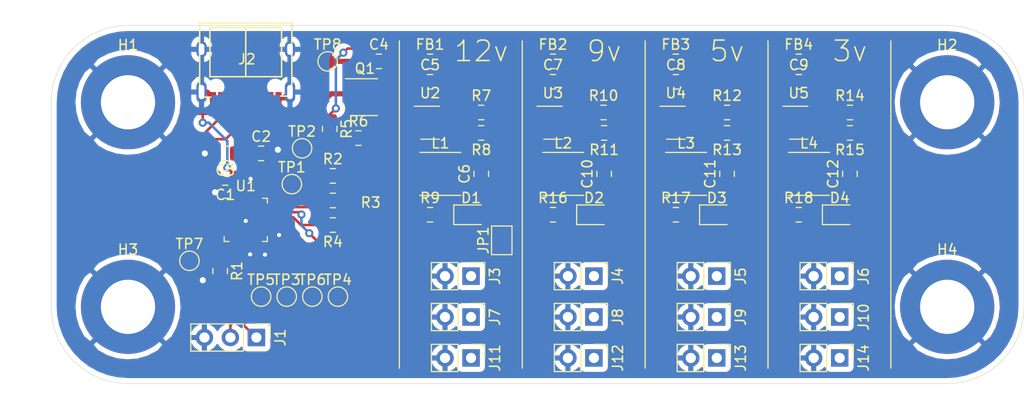
<source format=kicad_pcb>
(kicad_pcb (version 20171130) (host pcbnew 5.1.6-c6e7f7d~87~ubuntu18.04.1)
  (layers (0 F.Cu signal) (31 B.Cu signal) (34 B.Paste user) (35 F.Paste user) (36 B.SilkS user) (37 F.SilkS user) (38 B.Mask user) (39 F.Mask user) (44 Edge.Cuts user))
  (net 0 "")
  (net 1 VBUS)
  (net 2 Earth)
  (net 3 +1V2)
  (net 4 +2V8)
  (net 5 "Net-(C4-Pad2)")
  (net 6 +15V)
  (net 7 "Net-(C5-Pad1)")
  (net 8 +12V)
  (net 9 "Net-(C7-Pad1)")
  (net 10 "Net-(C8-Pad1)")
  (net 11 "Net-(C9-Pad1)")
  (net 12 +9V)
  (net 13 +5V)
  (net 14 +3V0)
  (net 15 "Net-(D1-Pad1)")
  (net 16 "Net-(D2-Pad1)")
  (net 17 "Net-(D3-Pad1)")
  (net 18 "Net-(D4-Pad1)")
  (net 19 /sda)
  (net 20 /scl)
  (net 21 "Net-(J2-PadB8)")
  (net 22 /cc1)
  (net 23 "Net-(J2-PadB7)")
  (net 24 "Net-(J2-PadA6)")
  (net 25 "Net-(J2-PadB6)")
  (net 26 "Net-(J2-PadA7)")
  (net 27 /cc2)
  (net 28 "Net-(J2-PadA8)")
  (net 29 "Net-(L1-Pad1)")
  (net 30 "Net-(L2-Pad1)")
  (net 31 "Net-(L3-Pad1)")
  (net 32 "Net-(L4-Pad1)")
  (net 33 /vbus_vs_disch)
  (net 34 /vbus_en_sink)
  (net 35 /disch)
  (net 36 "Net-(R7-Pad1)")
  (net 37 "Net-(R10-Pad1)")
  (net 38 "Net-(R12-Pad1)")
  (net 39 "Net-(R14-Pad1)")
  (net 40 "Net-(TP1-Pad1)")
  (net 41 "Net-(TP2-Pad1)")
  (net 42 "Net-(TP3-Pad1)")
  (net 43 "Net-(TP4-Pad1)")
  (net 44 "Net-(TP5-Pad1)")
  (net 45 "Net-(TP6-Pad1)")
  (net 46 "Net-(U1-Pad3)")
  (net 47 "Net-(R1-Pad1)")
  (net 48 "Net-(Q1-Pad4)")
  (module TestPoint:TestPoint_Pad_D1.5mm (layer F.Cu) (at 133.5 78)
    (fp_text reference TP1 (at 0 -1.648) (layer F.SilkS))
    (fp_text value TestPoint)
    (pad 1 smd circle (at 0 0) (size 1.5 1.5) (layers F.Cu F.Mask) (net 40 "Net-(TP1-Pad1)"))
  )
  (module Jumper:SolderJumper-2_P1.3mm_Open_TrianglePad1.0x1.5mm (layer F.Cu) (at 154 83.5 90)
    (fp_text reference JP1 (at 0 -1.8 90) (layer F.SilkS))
    (fp_text value SolderJumper_2_Open)
    (pad 2 smd custom (at 0.725 0 90) (size 0.3 0.3) (layers F.Cu F.Mask) (net 6 +15V) (options (clearance outline) (anchor rect)) (primitives (gr_poly (pts (xy -0.65 -0.75) (xy 0.5 -0.75) (xy 0.5 0.75) (xy -0.65 0.75) (xy -0.15 0)) (width 0))))
    (pad 1 smd custom (at -0.725 0 90) (size 0.3 0.3) (layers F.Cu F.Mask) (net 8 +12V) (options (clearance outline) (anchor rect)) (primitives (gr_poly (pts (xy -0.5 -0.75) (xy 0.5 -0.75) (xy 1 0) (xy 0.5 0.75) (xy -0.5 0.75)) (width 0))))
  )
  (module Package_TO_SOT_SMD:SOT-23-5 (layer F.Cu) (at 147 72)
    (fp_text reference U2 (at 0 -2.9) (layer F.SilkS))
    (fp_text value TLV62568DBV)
    (pad 1 smd rect (at -1.1 -0.95) (size 1.06 0.65) (layers F.Cu F.Paste F.Mask) (net 7 "Net-(C5-Pad1)"))
    (pad 2 smd rect (at -1.1 0) (size 1.06 0.65) (layers F.Cu F.Paste F.Mask) (net 2 Earth))
    (pad 3 smd rect (at -1.1 0.95) (size 1.06 0.65) (layers F.Cu F.Paste F.Mask) (net 29 "Net-(L1-Pad1)"))
    (pad 4 smd rect (at 1.1 0.95) (size 1.06 0.65) (layers F.Cu F.Paste F.Mask) (net 7 "Net-(C5-Pad1)"))
    (pad 5 smd rect (at 1.1 -0.95) (size 1.06 0.65) (layers F.Cu F.Paste F.Mask) (net 36 "Net-(R7-Pad1)"))
  )
  (module Inductor_SMD:L_0805_2012Metric (layer F.Cu) (at 147 66)
    (fp_text reference FB1 (at 0 -1.65) (layer F.SilkS))
    (fp_text value Ferrite_Bead_Small)
    (pad 2 smd roundrect (at 0.9375 0) (size 0.975 1.4) (layers F.Cu F.Paste F.Mask) (net 6 +15V))
    (pad 1 smd roundrect (at -0.9375 0) (size 0.975 1.4) (layers F.Cu F.Paste F.Mask) (net 7 "Net-(C5-Pad1)"))
  )
  (module Resistor_SMD:R_0805_2012Metric (layer F.Cu) (at 147 81)
    (fp_text reference R9 (at 0 -1.65) (layer F.SilkS))
    (fp_text value 120k)
    (pad 1 smd roundrect (at -0.9375 0) (size 0.975 1.4) (layers F.Cu F.Paste F.Mask) (net 2 Earth))
    (pad 2 smd roundrect (at 0.9375 0) (size 0.975 1.4) (layers F.Cu F.Paste F.Mask) (net 15 "Net-(D1-Pad1)"))
  )
  (module Connector_PinHeader_2.54mm:PinHeader_1x02_P2.54mm_Vertical (layer F.Cu) (at 151 87 270)
    (fp_text reference J3 (at 0 -2.33 90) (layer F.SilkS))
    (fp_text value Conn_01x02_Male)
    (pad 1 thru_hole rect (at 0 0 270) (size 1.7 1.7) (drill 1) (layers *.Cu *.Mask) (net 8 +12V))
    (pad 2 thru_hole oval (at 0 2.54 270) (size 1.7 1.7) (drill 1) (layers *.Cu *.Mask) (net 2 Earth))
  )
  (module Inductor_SMD:L_Taiyo-Yuden_NR-40xx (layer F.Cu) (at 148 77)
    (fp_text reference L1 (at 0 -3) (layer F.SilkS))
    (fp_text value 2.2uH)
    (pad 1 smd rect (at -1.4 0) (size 1.2 3.9) (layers F.Cu F.Paste F.Mask) (net 29 "Net-(L1-Pad1)"))
    (pad 2 smd rect (at 1.4 0) (size 1.2 3.9) (layers F.Cu F.Paste F.Mask) (net 8 +12V))
  )
  (module Resistor_SMD:R_0805_2012Metric (layer F.Cu) (at 152 73 180)
    (fp_text reference R8 (at 0 -1.65) (layer F.SilkS))
    (fp_text value 120k)
    (pad 1 smd roundrect (at -0.9375 0 180) (size 0.975 1.4) (layers F.Cu F.Paste F.Mask) (net 2 Earth))
    (pad 2 smd roundrect (at 0.9375 0 180) (size 0.975 1.4) (layers F.Cu F.Paste F.Mask) (net 36 "Net-(R7-Pad1)"))
  )
  (module Resistor_SMD:R_0805_2012Metric (layer F.Cu) (at 152 71)
    (fp_text reference R7 (at 0 -1.65) (layer F.SilkS))
    (fp_text value 100k)
    (pad 2 smd roundrect (at 0.9375 0) (size 0.975 1.4) (layers F.Cu F.Paste F.Mask) (net 8 +12V))
    (pad 1 smd roundrect (at -0.9375 0) (size 0.975 1.4) (layers F.Cu F.Paste F.Mask) (net 36 "Net-(R7-Pad1)"))
  )
  (module Capacitor_SMD:C_0805_2012Metric (layer F.Cu) (at 147 68)
    (fp_text reference C5 (at 0 -1.65) (layer F.SilkS))
    (fp_text value 4.7u)
    (pad 1 smd roundrect (at -0.9375 0) (size 0.975 1.4) (layers F.Cu F.Paste F.Mask) (net 7 "Net-(C5-Pad1)"))
    (pad 2 smd roundrect (at 0.9375 0) (size 0.975 1.4) (layers F.Cu F.Paste F.Mask) (net 2 Earth))
  )
  (module LED_SMD:LED_0805_2012Metric (layer F.Cu) (at 151 81)
    (fp_text reference D1 (at 0 -1.65) (layer F.SilkS))
    (fp_text value LED)
    (pad 1 smd roundrect (at -0.9375 0) (size 0.975 1.4) (layers F.Cu F.Paste F.Mask) (net 15 "Net-(D1-Pad1)"))
    (pad 2 smd roundrect (at 0.9375 0) (size 0.975 1.4) (layers F.Cu F.Paste F.Mask) (net 8 +12V))
  )
  (module Capacitor_SMD:C_0805_2012Metric (layer F.Cu) (at 152 77 90)
    (fp_text reference C6 (at 0 -1.65 90) (layer F.SilkS))
    (fp_text value 22u)
    (pad 2 smd roundrect (at 0.9375 0 90) (size 0.975 1.4) (layers F.Cu F.Paste F.Mask) (net 2 Earth))
    (pad 1 smd roundrect (at -0.9375 0 90) (size 0.975 1.4) (layers F.Cu F.Paste F.Mask) (net 8 +12V))
  )
  (module Capacitor_SMD:C_0805_2012Metric (layer F.Cu) (at 127 77.4 180)
    (fp_text reference C1 (at 0 -1.65) (layer F.SilkS))
    (fp_text value 1uF)
    (pad 1 smd roundrect (at -0.9375 0 180) (size 0.975 1.4) (layers F.Cu F.Paste F.Mask) (net 1 VBUS))
    (pad 2 smd roundrect (at 0.9375 0 180) (size 0.975 1.4) (layers F.Cu F.Paste F.Mask) (net 2 Earth))
  )
  (module Capacitor_SMD:C_0805_2012Metric (layer F.Cu) (at 130.5 75)
    (fp_text reference C2 (at 0 -1.65) (layer F.SilkS))
    (fp_text value 1uF)
    (pad 2 smd roundrect (at 0.9375 0) (size 0.975 1.4) (layers F.Cu F.Paste F.Mask) (net 2 Earth))
    (pad 1 smd roundrect (at -0.9375 0) (size 0.975 1.4) (layers F.Cu F.Paste F.Mask) (net 3 +1V2))
  )
  (module Capacitor_SMD:C_0805_2012Metric (layer F.Cu) (at 127 75 180)
    (fp_text reference C3 (at 0 -1.65) (layer F.SilkS))
    (fp_text value 1uF)
    (pad 1 smd roundrect (at -0.9375 0 180) (size 0.975 1.4) (layers F.Cu F.Paste F.Mask) (net 4 +2V8))
    (pad 2 smd roundrect (at 0.9375 0 180) (size 0.975 1.4) (layers F.Cu F.Paste F.Mask) (net 2 Earth))
  )
  (module Capacitor_SMD:C_0805_2012Metric (layer F.Cu) (at 142 66)
    (fp_text reference C4 (at 0 -1.65) (layer F.SilkS))
    (fp_text value 100nF)
    (pad 2 smd roundrect (at 0.9375 0) (size 0.975 1.4) (layers F.Cu F.Paste F.Mask) (net 5 "Net-(C4-Pad2)"))
    (pad 1 smd roundrect (at -0.9375 0) (size 0.975 1.4) (layers F.Cu F.Paste F.Mask) (net 6 +15V))
  )
  (module Capacitor_SMD:C_0805_2012Metric (layer F.Cu) (at 159 68)
    (fp_text reference C7 (at 0 -1.65) (layer F.SilkS))
    (fp_text value 4.7u)
    (pad 1 smd roundrect (at -0.9375 0) (size 0.975 1.4) (layers F.Cu F.Paste F.Mask) (net 9 "Net-(C7-Pad1)"))
    (pad 2 smd roundrect (at 0.9375 0) (size 0.975 1.4) (layers F.Cu F.Paste F.Mask) (net 2 Earth))
  )
  (module Capacitor_SMD:C_0805_2012Metric (layer F.Cu) (at 171 68)
    (fp_text reference C8 (at 0 -1.65) (layer F.SilkS))
    (fp_text value 4.7u)
    (pad 2 smd roundrect (at 0.9375 0) (size 0.975 1.4) (layers F.Cu F.Paste F.Mask) (net 2 Earth))
    (pad 1 smd roundrect (at -0.9375 0) (size 0.975 1.4) (layers F.Cu F.Paste F.Mask) (net 10 "Net-(C8-Pad1)"))
  )
  (module Capacitor_SMD:C_0805_2012Metric (layer F.Cu) (at 183 68)
    (fp_text reference C9 (at 0 -1.65) (layer F.SilkS))
    (fp_text value 4.7u)
    (pad 2 smd roundrect (at 0.9375 0) (size 0.975 1.4) (layers F.Cu F.Paste F.Mask) (net 2 Earth))
    (pad 1 smd roundrect (at -0.9375 0) (size 0.975 1.4) (layers F.Cu F.Paste F.Mask) (net 11 "Net-(C9-Pad1)"))
  )
  (module Capacitor_SMD:C_0805_2012Metric (layer F.Cu) (at 164 77 90)
    (fp_text reference C10 (at 0 -1.65 90) (layer F.SilkS))
    (fp_text value 22u)
    (pad 2 smd roundrect (at 0.9375 0 90) (size 0.975 1.4) (layers F.Cu F.Paste F.Mask) (net 2 Earth))
    (pad 1 smd roundrect (at -0.9375 0 90) (size 0.975 1.4) (layers F.Cu F.Paste F.Mask) (net 12 +9V))
  )
  (module Capacitor_SMD:C_0805_2012Metric (layer F.Cu) (at 176 77 90)
    (fp_text reference C11 (at 0 -1.65 90) (layer F.SilkS))
    (fp_text value 22u)
    (pad 1 smd roundrect (at -0.9375 0 90) (size 0.975 1.4) (layers F.Cu F.Paste F.Mask) (net 13 +5V))
    (pad 2 smd roundrect (at 0.9375 0 90) (size 0.975 1.4) (layers F.Cu F.Paste F.Mask) (net 2 Earth))
  )
  (module Capacitor_SMD:C_0805_2012Metric (layer F.Cu) (at 188 77 90)
    (fp_text reference C12 (at 0 -1.65 90) (layer F.SilkS))
    (fp_text value 22u)
    (pad 1 smd roundrect (at -0.9375 0 90) (size 0.975 1.4) (layers F.Cu F.Paste F.Mask) (net 14 +3V0))
    (pad 2 smd roundrect (at 0.9375 0 90) (size 0.975 1.4) (layers F.Cu F.Paste F.Mask) (net 2 Earth))
  )
  (module LED_SMD:LED_0805_2012Metric (layer F.Cu) (at 163 81)
    (fp_text reference D2 (at 0 -1.65) (layer F.SilkS))
    (fp_text value LED)
    (pad 2 smd roundrect (at 0.9375 0) (size 0.975 1.4) (layers F.Cu F.Paste F.Mask) (net 12 +9V))
    (pad 1 smd roundrect (at -0.9375 0) (size 0.975 1.4) (layers F.Cu F.Paste F.Mask) (net 16 "Net-(D2-Pad1)"))
  )
  (module LED_SMD:LED_0805_2012Metric (layer F.Cu) (at 175 81)
    (fp_text reference D3 (at 0 -1.65) (layer F.SilkS))
    (fp_text value LED)
    (pad 2 smd roundrect (at 0.9375 0) (size 0.975 1.4) (layers F.Cu F.Paste F.Mask) (net 13 +5V))
    (pad 1 smd roundrect (at -0.9375 0) (size 0.975 1.4) (layers F.Cu F.Paste F.Mask) (net 17 "Net-(D3-Pad1)"))
  )
  (module LED_SMD:LED_0805_2012Metric (layer F.Cu) (at 187 81)
    (fp_text reference D4 (at 0 -1.65) (layer F.SilkS))
    (fp_text value LED)
    (pad 1 smd roundrect (at -0.9375 0) (size 0.975 1.4) (layers F.Cu F.Paste F.Mask) (net 18 "Net-(D4-Pad1)"))
    (pad 2 smd roundrect (at 0.9375 0) (size 0.975 1.4) (layers F.Cu F.Paste F.Mask) (net 14 +3V0))
  )
  (module Inductor_SMD:L_0805_2012Metric (layer F.Cu) (at 159 66)
    (fp_text reference FB2 (at 0 -1.65) (layer F.SilkS))
    (fp_text value Ferrite_Bead_Small)
    (pad 2 smd roundrect (at 0.9375 0) (size 0.975 1.4) (layers F.Cu F.Paste F.Mask) (net 6 +15V))
    (pad 1 smd roundrect (at -0.9375 0) (size 0.975 1.4) (layers F.Cu F.Paste F.Mask) (net 9 "Net-(C7-Pad1)"))
  )
  (module Inductor_SMD:L_0805_2012Metric (layer F.Cu) (at 171 66)
    (fp_text reference FB3 (at 0 -1.65) (layer F.SilkS))
    (fp_text value Ferrite_Bead_Small)
    (pad 1 smd roundrect (at -0.9375 0) (size 0.975 1.4) (layers F.Cu F.Paste F.Mask) (net 10 "Net-(C8-Pad1)"))
    (pad 2 smd roundrect (at 0.9375 0) (size 0.975 1.4) (layers F.Cu F.Paste F.Mask) (net 6 +15V))
  )
  (module Inductor_SMD:L_0805_2012Metric (layer F.Cu) (at 183 66)
    (fp_text reference FB4 (at 0 -1.65) (layer F.SilkS))
    (fp_text value Ferrite_Bead_Small)
    (pad 1 smd roundrect (at -0.9375 0) (size 0.975 1.4) (layers F.Cu F.Paste F.Mask) (net 11 "Net-(C9-Pad1)"))
    (pad 2 smd roundrect (at 0.9375 0) (size 0.975 1.4) (layers F.Cu F.Paste F.Mask) (net 6 +15V))
  )
  (module MountingHole:MountingHole_5.3mm_M5_DIN965_Pad (layer F.Cu) (at 117.5 70)
    (fp_text reference H1 (at 0 -5.6) (layer F.SilkS))
    (fp_text value MountingHole_Pad)
    (pad 1 thru_hole circle (at 0 0) (size 9.2 9.2) (drill 5.3) (layers *.Cu *.Mask) (net 2 Earth))
  )
  (module MountingHole:MountingHole_5.3mm_M5_DIN965_Pad (layer F.Cu) (at 197.5 70)
    (fp_text reference H2 (at 0 -5.6) (layer F.SilkS))
    (fp_text value MountingHole_Pad)
    (pad 1 thru_hole circle (at 0 0) (size 9.2 9.2) (drill 5.3) (layers *.Cu *.Mask) (net 2 Earth))
  )
  (module MountingHole:MountingHole_5.3mm_M5_DIN965_Pad (layer F.Cu) (at 117.5 90)
    (fp_text reference H3 (at 0 -5.6) (layer F.SilkS))
    (fp_text value MountingHole_Pad)
    (pad 1 thru_hole circle (at 0 0) (size 9.2 9.2) (drill 5.3) (layers *.Cu *.Mask) (net 2 Earth))
  )
  (module MountingHole:MountingHole_5.3mm_M5_DIN965_Pad (layer F.Cu) (at 197.5 90)
    (fp_text reference H4 (at 0 -5.6) (layer F.SilkS))
    (fp_text value MountingHole_Pad)
    (pad 1 thru_hole circle (at 0 0) (size 9.2 9.2) (drill 5.3) (layers *.Cu *.Mask) (net 2 Earth))
  )
  (module Connector_PinHeader_2.54mm:PinHeader_1x03_P2.54mm_Vertical (layer F.Cu) (at 130.04 93 270)
    (fp_text reference J1 (at 0 -2.33 90) (layer F.SilkS))
    (fp_text value Conn_01x03_Male)
    (pad 1 thru_hole rect (at 0 0 270) (size 1.7 1.7) (drill 1) (layers *.Cu *.Mask) (net 19 /sda))
    (pad 2 thru_hole oval (at 0 2.54 270) (size 1.7 1.7) (drill 1) (layers *.Cu *.Mask) (net 20 /scl))
    (pad 3 thru_hole oval (at 0 5.08 270) (size 1.7 1.7) (drill 1) (layers *.Cu *.Mask) (net 2 Earth))
  )
  (module fp:usb-c-16smt (layer F.Cu) (at 129 69 180)
    (fp_text reference J2 (at -0.11 3.21) (layer F.SilkS))
    (fp_text value USB_C_Receptacle_16pin)
    (pad S1 thru_hole oval (at -4.32 4.18 180) (size 1 1.6) (drill oval 0.55 1.1) (layers *.Cu *.Mask F.Paste) (net 2 Earth))
    (pad S4 thru_hole oval (at 4.32 4.18 180) (size 1 1.6) (drill oval 0.55 1.1) (layers *.Cu *.Mask F.Paste) (net 2 Earth))
    (pad S2 thru_hole oval (at -4.32 0 180) (size 1 2.1) (drill oval 0.55 1.4) (layers *.Cu *.Mask F.Paste) (net 2 Earth))
    (pad S3 thru_hole oval (at 4.32 0 180) (size 1 2.1) (drill oval 0.55 1.4) (layers *.Cu *.Mask F.Paste) (net 2 Earth))
    (pad A1/B12 smd rect (at -3.2 -0.575 180) (size 0.6 1.15) (layers F.Cu F.Paste F.Mask) (net 2 Earth))
    (pad A4/B9 smd rect (at -2.4 -0.575001 180) (size 0.6 1.15) (layers F.Cu F.Paste F.Mask) (net 1 VBUS))
    (pad B8 smd rect (at -1.75 -0.575 180) (size 0.3 1.15) (layers F.Cu F.Paste F.Mask) (net 21 "Net-(J2-PadB8)"))
    (pad A5 smd rect (at -1.25 -0.575 180) (size 0.3 1.15) (layers F.Cu F.Paste F.Mask) (net 22 /cc1))
    (pad B7 smd rect (at -0.75 -0.575 180) (size 0.3 1.15) (layers F.Cu F.Paste F.Mask) (net 23 "Net-(J2-PadB7)"))
    (pad A6 smd rect (at -0.25 -0.575 180) (size 0.3 1.15) (layers F.Cu F.Paste F.Mask) (net 24 "Net-(J2-PadA6)"))
    (pad B1/A12 smd rect (at 3.2 -0.575 180) (size 0.6 1.15) (layers F.Cu F.Paste F.Mask) (net 2 Earth))
    (pad B6 smd rect (at 0.75 -0.575 180) (size 0.3 1.15) (layers F.Cu F.Paste F.Mask) (net 25 "Net-(J2-PadB6)"))
    (pad A7 smd rect (at 0.25 -0.575 180) (size 0.3 1.15) (layers F.Cu F.Paste F.Mask) (net 26 "Net-(J2-PadA7)"))
    (pad B5 smd rect (at 1.75 -0.575 180) (size 0.3 1.15) (layers F.Cu F.Paste F.Mask) (net 27 /cc2))
    (pad A8 smd rect (at 1.250001 -0.575 180) (size 0.3 1.15) (layers F.Cu F.Paste F.Mask) (net 28 "Net-(J2-PadA8)"))
    (pad B4/A9 smd rect (at 2.4 -0.575 180) (size 0.6 1.15) (layers F.Cu F.Paste F.Mask) (net 1 VBUS))
    (pad "" np_thru_hole circle (at 2.89 0.5 180) (size 0.6 0.6) (drill 0.6) (layers *.Cu *.Mask))
    (pad "" np_thru_hole circle (at -2.89 0.5 180) (size 0.6 0.6) (drill 0.6) (layers *.Cu *.Mask))
  )
  (module Connector_PinHeader_2.54mm:PinHeader_1x02_P2.54mm_Vertical (layer F.Cu) (at 163 87 270)
    (fp_text reference J4 (at 0 -2.33 90) (layer F.SilkS))
    (fp_text value Conn_01x02_Male)
    (pad 2 thru_hole oval (at 0 2.54 270) (size 1.7 1.7) (drill 1) (layers *.Cu *.Mask) (net 2 Earth))
    (pad 1 thru_hole rect (at 0 0 270) (size 1.7 1.7) (drill 1) (layers *.Cu *.Mask) (net 12 +9V))
  )
  (module Connector_PinHeader_2.54mm:PinHeader_1x02_P2.54mm_Vertical (layer F.Cu) (at 175 87 270)
    (fp_text reference J5 (at 0 -2.33 90) (layer F.SilkS))
    (fp_text value Conn_01x02_Male)
    (pad 2 thru_hole oval (at 0 2.54 270) (size 1.7 1.7) (drill 1) (layers *.Cu *.Mask) (net 2 Earth))
    (pad 1 thru_hole rect (at 0 0 270) (size 1.7 1.7) (drill 1) (layers *.Cu *.Mask) (net 13 +5V))
  )
  (module Connector_PinHeader_2.54mm:PinHeader_1x02_P2.54mm_Vertical (layer F.Cu) (at 187 87 270)
    (fp_text reference J6 (at 0 -2.33 90) (layer F.SilkS))
    (fp_text value Conn_01x02_Male)
    (pad 1 thru_hole rect (at 0 0 270) (size 1.7 1.7) (drill 1) (layers *.Cu *.Mask) (net 14 +3V0))
    (pad 2 thru_hole oval (at 0 2.54 270) (size 1.7 1.7) (drill 1) (layers *.Cu *.Mask) (net 2 Earth))
  )
  (module Inductor_SMD:L_Taiyo-Yuden_NR-40xx (layer F.Cu) (at 160 77)
    (fp_text reference L2 (at 0 -3) (layer F.SilkS))
    (fp_text value 2.2uH)
    (pad 1 smd rect (at -1.4 0) (size 1.2 3.9) (layers F.Cu F.Paste F.Mask) (net 30 "Net-(L2-Pad1)"))
    (pad 2 smd rect (at 1.4 0) (size 1.2 3.9) (layers F.Cu F.Paste F.Mask) (net 12 +9V))
  )
  (module Inductor_SMD:L_Taiyo-Yuden_NR-40xx (layer F.Cu) (at 172 77)
    (fp_text reference L3 (at 0 -3) (layer F.SilkS))
    (fp_text value 2.2uH)
    (pad 2 smd rect (at 1.4 0) (size 1.2 3.9) (layers F.Cu F.Paste F.Mask) (net 13 +5V))
    (pad 1 smd rect (at -1.4 0) (size 1.2 3.9) (layers F.Cu F.Paste F.Mask) (net 31 "Net-(L3-Pad1)"))
  )
  (module Inductor_SMD:L_Taiyo-Yuden_NR-40xx (layer F.Cu) (at 184 77)
    (fp_text reference L4 (at 0 -3) (layer F.SilkS))
    (fp_text value 2.2uH)
    (pad 2 smd rect (at 1.4 0) (size 1.2 3.9) (layers F.Cu F.Paste F.Mask) (net 14 +3V0))
    (pad 1 smd rect (at -1.4 0) (size 1.2 3.9) (layers F.Cu F.Paste F.Mask) (net 32 "Net-(L4-Pad1)"))
  )
  (module Resistor_SMD:R_0805_2012Metric (layer F.Cu) (at 126.5 86.5 270)
    (fp_text reference R1 (at 0 -1.65 90) (layer F.SilkS))
    (fp_text value 100k)
    (pad 2 smd roundrect (at 0.9375 0 270) (size 0.975 1.4) (layers F.Cu F.Paste F.Mask) (net 2 Earth))
    (pad 1 smd roundrect (at -0.9375 0 270) (size 0.975 1.4) (layers F.Cu F.Paste F.Mask) (net 47 "Net-(R1-Pad1)"))
  )
  (module Resistor_SMD:R_0805_2012Metric (layer F.Cu) (at 137.5 77.2)
    (fp_text reference R2 (at 0 -1.65) (layer F.SilkS))
    (fp_text value 1k)
    (pad 1 smd roundrect (at -0.9375 0) (size 0.975 1.4) (layers F.Cu F.Paste F.Mask) (net 1 VBUS))
    (pad 2 smd roundrect (at 0.9375 0) (size 0.975 1.4) (layers F.Cu F.Paste F.Mask) (net 33 /vbus_vs_disch))
  )
  (module Resistor_SMD:R_0805_2012Metric (layer F.Cu) (at 137.5 79.6)
    (fp_text reference R3 (at 3.7 0.2) (layer F.SilkS))
    (fp_text value 100k)
    (pad 1 smd roundrect (at -0.9375 0) (size 0.975 1.4) (layers F.Cu F.Paste F.Mask) (net 1 VBUS))
    (pad 2 smd roundrect (at 0.9375 0) (size 0.975 1.4) (layers F.Cu F.Paste F.Mask) (net 48 "Net-(Q1-Pad4)"))
  )
  (module Resistor_SMD:R_0805_2012Metric (layer F.Cu) (at 137.5 82 180)
    (fp_text reference R4 (at 0 -1.65) (layer F.SilkS))
    (fp_text value 22k)
    (pad 2 smd roundrect (at 0.9375 0 180) (size 0.975 1.4) (layers F.Cu F.Paste F.Mask) (net 34 /vbus_en_sink))
    (pad 1 smd roundrect (at -0.9375 0 180) (size 0.975 1.4) (layers F.Cu F.Paste F.Mask) (net 48 "Net-(Q1-Pad4)"))
  )
  (module Resistor_SMD:R_0805_2012Metric (layer F.Cu) (at 137.2 72.6 270)
    (fp_text reference R5 (at 0 -1.65 90) (layer F.SilkS))
    (fp_text value 100R)
    (pad 1 smd roundrect (at -0.9375 0 270) (size 0.975 1.4) (layers F.Cu F.Paste F.Mask) (net 5 "Net-(C4-Pad2)"))
    (pad 2 smd roundrect (at 0.9375 0 270) (size 0.975 1.4) (layers F.Cu F.Paste F.Mask) (net 48 "Net-(Q1-Pad4)"))
  )
  (module Resistor_SMD:R_0805_2012Metric (layer F.Cu) (at 140 73.5)
    (fp_text reference R6 (at 0 -1.65) (layer F.SilkS))
    (fp_text value 1k)
    (pad 2 smd roundrect (at 0.9375 0) (size 0.975 1.4) (layers F.Cu F.Paste F.Mask) (net 6 +15V))
    (pad 1 smd roundrect (at -0.9375 0) (size 0.975 1.4) (layers F.Cu F.Paste F.Mask) (net 35 /disch))
  )
  (module Resistor_SMD:R_0805_2012Metric (layer F.Cu) (at 163.9375 71)
    (fp_text reference R10 (at 0 -1.65) (layer F.SilkS))
    (fp_text value 100k)
    (pad 2 smd roundrect (at 0.9375 0) (size 0.975 1.4) (layers F.Cu F.Paste F.Mask) (net 12 +9V))
    (pad 1 smd roundrect (at -0.9375 0) (size 0.975 1.4) (layers F.Cu F.Paste F.Mask) (net 37 "Net-(R10-Pad1)"))
  )
  (module Resistor_SMD:R_0805_2012Metric (layer F.Cu) (at 164 73 180)
    (fp_text reference R11 (at 0 -1.65) (layer F.SilkS))
    (fp_text value 120k)
    (pad 1 smd roundrect (at -0.9375 0 180) (size 0.975 1.4) (layers F.Cu F.Paste F.Mask) (net 2 Earth))
    (pad 2 smd roundrect (at 0.9375 0 180) (size 0.975 1.4) (layers F.Cu F.Paste F.Mask) (net 37 "Net-(R10-Pad1)"))
  )
  (module Resistor_SMD:R_0805_2012Metric (layer F.Cu) (at 176 71)
    (fp_text reference R12 (at 0 -1.65) (layer F.SilkS))
    (fp_text value 100k)
    (pad 1 smd roundrect (at -0.9375 0) (size 0.975 1.4) (layers F.Cu F.Paste F.Mask) (net 38 "Net-(R12-Pad1)"))
    (pad 2 smd roundrect (at 0.9375 0) (size 0.975 1.4) (layers F.Cu F.Paste F.Mask) (net 13 +5V))
  )
  (module Resistor_SMD:R_0805_2012Metric (layer F.Cu) (at 176 73 180)
    (fp_text reference R13 (at 0 -1.65) (layer F.SilkS))
    (fp_text value 120k)
    (pad 2 smd roundrect (at 0.9375 0 180) (size 0.975 1.4) (layers F.Cu F.Paste F.Mask) (net 38 "Net-(R12-Pad1)"))
    (pad 1 smd roundrect (at -0.9375 0 180) (size 0.975 1.4) (layers F.Cu F.Paste F.Mask) (net 2 Earth))
  )
  (module Resistor_SMD:R_0805_2012Metric (layer F.Cu) (at 188 71)
    (fp_text reference R14 (at 0 -1.65) (layer F.SilkS))
    (fp_text value 100k)
    (pad 2 smd roundrect (at 0.9375 0) (size 0.975 1.4) (layers F.Cu F.Paste F.Mask) (net 14 +3V0))
    (pad 1 smd roundrect (at -0.9375 0) (size 0.975 1.4) (layers F.Cu F.Paste F.Mask) (net 39 "Net-(R14-Pad1)"))
  )
  (module Resistor_SMD:R_0805_2012Metric (layer F.Cu) (at 188 73 180)
    (fp_text reference R15 (at 0 -1.65) (layer F.SilkS))
    (fp_text value 120k)
    (pad 2 smd roundrect (at 0.9375 0 180) (size 0.975 1.4) (layers F.Cu F.Paste F.Mask) (net 39 "Net-(R14-Pad1)"))
    (pad 1 smd roundrect (at -0.9375 0 180) (size 0.975 1.4) (layers F.Cu F.Paste F.Mask) (net 2 Earth))
  )
  (module Resistor_SMD:R_0805_2012Metric (layer F.Cu) (at 159 81)
    (fp_text reference R16 (at 0 -1.65) (layer F.SilkS))
    (fp_text value 120k)
    (pad 1 smd roundrect (at -0.9375 0) (size 0.975 1.4) (layers F.Cu F.Paste F.Mask) (net 2 Earth))
    (pad 2 smd roundrect (at 0.9375 0) (size 0.975 1.4) (layers F.Cu F.Paste F.Mask) (net 16 "Net-(D2-Pad1)"))
  )
  (module Resistor_SMD:R_0805_2012Metric (layer F.Cu) (at 171 81)
    (fp_text reference R17 (at 0 -1.65) (layer F.SilkS))
    (fp_text value 120k)
    (pad 2 smd roundrect (at 0.9375 0) (size 0.975 1.4) (layers F.Cu F.Paste F.Mask) (net 17 "Net-(D3-Pad1)"))
    (pad 1 smd roundrect (at -0.9375 0) (size 0.975 1.4) (layers F.Cu F.Paste F.Mask) (net 2 Earth))
  )
  (module Resistor_SMD:R_0805_2012Metric (layer F.Cu) (at 183 81)
    (fp_text reference R18 (at 0 -1.65) (layer F.SilkS))
    (fp_text value 120k)
    (pad 1 smd roundrect (at -0.9375 0) (size 0.975 1.4) (layers F.Cu F.Paste F.Mask) (net 2 Earth))
    (pad 2 smd roundrect (at 0.9375 0) (size 0.975 1.4) (layers F.Cu F.Paste F.Mask) (net 18 "Net-(D4-Pad1)"))
  )
  (module TestPoint:TestPoint_Pad_D1.5mm (layer F.Cu) (at 134.5 74.5)
    (fp_text reference TP2 (at 0 -1.648) (layer F.SilkS))
    (fp_text value TestPoint)
    (pad 1 smd circle (at 0 0) (size 1.5 1.5) (layers F.Cu F.Mask) (net 41 "Net-(TP2-Pad1)"))
  )
  (module TestPoint:TestPoint_Pad_D1.5mm (layer F.Cu) (at 133 89)
    (fp_text reference TP3 (at 0 -1.648) (layer F.SilkS))
    (fp_text value TestPoint)
    (pad 1 smd circle (at 0 0) (size 1.5 1.5) (layers F.Cu F.Mask) (net 42 "Net-(TP3-Pad1)"))
  )
  (module TestPoint:TestPoint_Pad_D1.5mm (layer F.Cu) (at 138 89)
    (fp_text reference TP4 (at 0 -1.648) (layer F.SilkS))
    (fp_text value TestPoint)
    (pad 1 smd circle (at 0 0) (size 1.5 1.5) (layers F.Cu F.Mask) (net 43 "Net-(TP4-Pad1)"))
  )
  (module TestPoint:TestPoint_Pad_D1.5mm (layer F.Cu) (at 130.5 89)
    (fp_text reference TP5 (at 0 -1.648) (layer F.SilkS))
    (fp_text value TestPoint)
    (pad 1 smd circle (at 0 0) (size 1.5 1.5) (layers F.Cu F.Mask) (net 44 "Net-(TP5-Pad1)"))
  )
  (module TestPoint:TestPoint_Pad_D1.5mm (layer F.Cu) (at 135.5 89)
    (fp_text reference TP6 (at 0 -1.648) (layer F.SilkS))
    (fp_text value TestPoint)
    (pad 1 smd circle (at 0 0) (size 1.5 1.5) (layers F.Cu F.Mask) (net 45 "Net-(TP6-Pad1)"))
  )
  (module Package_DFN_QFN:QFN-24-1EP_4x4mm_P0.5mm_EP2.7x2.7mm (layer F.Cu) (at 129 81.5)
    (fp_text reference U1 (at 0 -3.32) (layer F.SilkS))
    (fp_text value STUSB4500QTR)
    (pad 1 smd roundrect (at -1.9625 -1.25) (size 0.825 0.25) (layers F.Cu F.Paste F.Mask) (net 22 /cc1))
    (pad 2 smd roundrect (at -1.9625 -0.75) (size 0.825 0.25) (layers F.Cu F.Paste F.Mask) (net 22 /cc1))
    (pad 3 smd roundrect (at -1.9625 -0.25) (size 0.825 0.25) (layers F.Cu F.Paste F.Mask) (net 46 "Net-(U1-Pad3)"))
    (pad 4 smd roundrect (at -1.9625 0.25) (size 0.825 0.25) (layers F.Cu F.Paste F.Mask) (net 27 /cc2))
    (pad 5 smd roundrect (at -1.9625 0.75) (size 0.825 0.25) (layers F.Cu F.Paste F.Mask) (net 27 /cc2))
    (pad 6 smd roundrect (at -1.9625 1.25) (size 0.825 0.25) (layers F.Cu F.Paste F.Mask) (net 47 "Net-(R1-Pad1)"))
    (pad 7 smd roundrect (at -1.25 1.9625) (size 0.25 0.825) (layers F.Cu F.Paste F.Mask) (net 20 /scl))
    (pad 8 smd roundrect (at -0.75 1.9625) (size 0.25 0.825) (layers F.Cu F.Paste F.Mask) (net 19 /sda))
    (pad 9 smd roundrect (at -0.25 1.9625) (size 0.25 0.825) (layers F.Cu F.Paste F.Mask) (net 35 /disch))
    (pad 10 smd roundrect (at 0.25 1.9625) (size 0.25 0.825) (layers F.Cu F.Paste F.Mask) (net 2 Earth))
    (pad 11 smd roundrect (at 0.75 1.9625) (size 0.25 0.825) (layers F.Cu F.Paste F.Mask) (net 44 "Net-(TP5-Pad1)"))
    (pad 12 smd roundrect (at 1.25 1.9625) (size 0.25 0.825) (layers F.Cu F.Paste F.Mask) (net 2 Earth))
    (pad 13 smd roundrect (at 1.9625 1.25) (size 0.825 0.25) (layers F.Cu F.Paste F.Mask) (net 2 Earth))
    (pad 14 smd roundrect (at 1.9625 0.75) (size 0.825 0.25) (layers F.Cu F.Paste F.Mask) (net 42 "Net-(TP3-Pad1)"))
    (pad 15 smd roundrect (at 1.9625 0.25) (size 0.825 0.25) (layers F.Cu F.Paste F.Mask) (net 45 "Net-(TP6-Pad1)"))
    (pad 16 smd roundrect (at 1.9625 -0.25) (size 0.825 0.25) (layers F.Cu F.Paste F.Mask) (net 34 /vbus_en_sink))
    (pad 17 smd roundrect (at 1.9625 -0.75) (size 0.825 0.25) (layers F.Cu F.Paste F.Mask) (net 43 "Net-(TP4-Pad1)"))
    (pad 18 smd roundrect (at 1.9625 -1.25) (size 0.825 0.25) (layers F.Cu F.Paste F.Mask) (net 33 /vbus_vs_disch))
    (pad 19 smd roundrect (at 1.25 -1.9625) (size 0.25 0.825) (layers F.Cu F.Paste F.Mask) (net 40 "Net-(TP1-Pad1)"))
    (pad 20 smd roundrect (at 0.75 -1.9625) (size 0.25 0.825) (layers F.Cu F.Paste F.Mask) (net 41 "Net-(TP2-Pad1)"))
    (pad 21 smd roundrect (at 0.25 -1.9625) (size 0.25 0.825) (layers F.Cu F.Paste F.Mask) (net 3 +1V2))
    (pad 22 smd roundrect (at -0.25 -1.9625) (size 0.25 0.825) (layers F.Cu F.Paste F.Mask) (net 2 Earth))
    (pad 23 smd roundrect (at -0.75 -1.9625) (size 0.25 0.825) (layers F.Cu F.Paste F.Mask) (net 4 +2V8))
    (pad 24 smd roundrect (at -1.25 -1.9625) (size 0.25 0.825) (layers F.Cu F.Paste F.Mask) (net 1 VBUS))
    (pad 25 smd rect (at 0 0) (size 2.7 2.7) (layers F.Cu F.Mask) (net 2 Earth))
  )
  (module Package_TO_SOT_SMD:SOT-23-5 (layer F.Cu) (at 159 72)
    (fp_text reference U3 (at 0 -2.9) (layer F.SilkS))
    (fp_text value TLV62568DBV)
    (pad 5 smd rect (at 1.1 -0.95) (size 1.06 0.65) (layers F.Cu F.Paste F.Mask) (net 37 "Net-(R10-Pad1)"))
    (pad 4 smd rect (at 1.1 0.95) (size 1.06 0.65) (layers F.Cu F.Paste F.Mask) (net 9 "Net-(C7-Pad1)"))
    (pad 3 smd rect (at -1.1 0.95) (size 1.06 0.65) (layers F.Cu F.Paste F.Mask) (net 30 "Net-(L2-Pad1)"))
    (pad 2 smd rect (at -1.1 0) (size 1.06 0.65) (layers F.Cu F.Paste F.Mask) (net 2 Earth))
    (pad 1 smd rect (at -1.1 -0.95) (size 1.06 0.65) (layers F.Cu F.Paste F.Mask) (net 9 "Net-(C7-Pad1)"))
  )
  (module Package_TO_SOT_SMD:SOT-23-5 (layer F.Cu) (at 171 72)
    (fp_text reference U4 (at 0 -2.9) (layer F.SilkS))
    (fp_text value TLV62568DBV)
    (pad 1 smd rect (at -1.1 -0.95) (size 1.06 0.65) (layers F.Cu F.Paste F.Mask) (net 10 "Net-(C8-Pad1)"))
    (pad 2 smd rect (at -1.1 0) (size 1.06 0.65) (layers F.Cu F.Paste F.Mask) (net 2 Earth))
    (pad 3 smd rect (at -1.1 0.95) (size 1.06 0.65) (layers F.Cu F.Paste F.Mask) (net 31 "Net-(L3-Pad1)"))
    (pad 4 smd rect (at 1.1 0.95) (size 1.06 0.65) (layers F.Cu F.Paste F.Mask) (net 10 "Net-(C8-Pad1)"))
    (pad 5 smd rect (at 1.1 -0.95) (size 1.06 0.65) (layers F.Cu F.Paste F.Mask) (net 38 "Net-(R12-Pad1)"))
  )
  (module Package_TO_SOT_SMD:SOT-23-5 (layer F.Cu) (at 183 72)
    (fp_text reference U5 (at 0 -2.9) (layer F.SilkS))
    (fp_text value TLV62568DBV)
    (pad 5 smd rect (at 1.1 -0.95) (size 1.06 0.65) (layers F.Cu F.Paste F.Mask) (net 39 "Net-(R14-Pad1)"))
    (pad 4 smd rect (at 1.1 0.95) (size 1.06 0.65) (layers F.Cu F.Paste F.Mask) (net 11 "Net-(C9-Pad1)"))
    (pad 3 smd rect (at -1.1 0.95) (size 1.06 0.65) (layers F.Cu F.Paste F.Mask) (net 32 "Net-(L4-Pad1)"))
    (pad 2 smd rect (at -1.1 0) (size 1.06 0.65) (layers F.Cu F.Paste F.Mask) (net 2 Earth))
    (pad 1 smd rect (at -1.1 -0.95) (size 1.06 0.65) (layers F.Cu F.Paste F.Mask) (net 11 "Net-(C9-Pad1)"))
  )
  (module Connector_PinHeader_2.54mm:PinHeader_1x02_P2.54mm_Vertical (layer F.Cu) (at 151 91 270)
    (fp_text reference J7 (at 0 -2.33 90) (layer F.SilkS))
    (fp_text value Conn_01x02_Male)
    (pad 2 thru_hole oval (at 0 2.54 270) (size 1.7 1.7) (drill 1) (layers *.Cu *.Mask) (net 2 Earth))
    (pad 1 thru_hole rect (at 0 0 270) (size 1.7 1.7) (drill 1) (layers *.Cu *.Mask) (net 8 +12V))
  )
  (module Connector_PinHeader_2.54mm:PinHeader_1x02_P2.54mm_Vertical (layer F.Cu) (at 163 91 270)
    (fp_text reference J8 (at 0 -2.33 90) (layer F.SilkS))
    (fp_text value Conn_01x02_Male)
    (pad 1 thru_hole rect (at 0 0 270) (size 1.7 1.7) (drill 1) (layers *.Cu *.Mask) (net 12 +9V))
    (pad 2 thru_hole oval (at 0 2.54 270) (size 1.7 1.7) (drill 1) (layers *.Cu *.Mask) (net 2 Earth))
  )
  (module Connector_PinHeader_2.54mm:PinHeader_1x02_P2.54mm_Vertical (layer F.Cu) (at 175 91 270)
    (fp_text reference J9 (at 0 -2.33 90) (layer F.SilkS))
    (fp_text value Conn_01x02_Male)
    (pad 1 thru_hole rect (at 0 0 270) (size 1.7 1.7) (drill 1) (layers *.Cu *.Mask) (net 13 +5V))
    (pad 2 thru_hole oval (at 0 2.54 270) (size 1.7 1.7) (drill 1) (layers *.Cu *.Mask) (net 2 Earth))
  )
  (module Connector_PinHeader_2.54mm:PinHeader_1x02_P2.54mm_Vertical (layer F.Cu) (at 187 91 270)
    (fp_text reference J10 (at 0 -2.33 90) (layer F.SilkS))
    (fp_text value Conn_01x02_Male)
    (pad 2 thru_hole oval (at 0 2.54 270) (size 1.7 1.7) (drill 1) (layers *.Cu *.Mask) (net 2 Earth))
    (pad 1 thru_hole rect (at 0 0 270) (size 1.7 1.7) (drill 1) (layers *.Cu *.Mask) (net 14 +3V0))
  )
  (module Connector_PinHeader_2.54mm:PinHeader_1x02_P2.54mm_Vertical (layer F.Cu) (at 151 95 270)
    (fp_text reference J11 (at 0 -2.33 90) (layer F.SilkS))
    (fp_text value Conn_01x02_Male)
    (pad 1 thru_hole rect (at 0 0 270) (size 1.7 1.7) (drill 1) (layers *.Cu *.Mask) (net 8 +12V))
    (pad 2 thru_hole oval (at 0 2.54 270) (size 1.7 1.7) (drill 1) (layers *.Cu *.Mask) (net 2 Earth))
  )
  (module Connector_PinHeader_2.54mm:PinHeader_1x02_P2.54mm_Vertical (layer F.Cu) (at 163 95 270)
    (fp_text reference J12 (at 0 -2.33 90) (layer F.SilkS))
    (fp_text value Conn_01x02_Male)
    (pad 2 thru_hole oval (at 0 2.54 270) (size 1.7 1.7) (drill 1) (layers *.Cu *.Mask) (net 2 Earth))
    (pad 1 thru_hole rect (at 0 0 270) (size 1.7 1.7) (drill 1) (layers *.Cu *.Mask) (net 12 +9V))
  )
  (module Connector_PinHeader_2.54mm:PinHeader_1x02_P2.54mm_Vertical (layer F.Cu) (at 175 95 270)
    (fp_text reference J13 (at 0 -2.33 90) (layer F.SilkS))
    (fp_text value Conn_01x02_Male)
    (pad 1 thru_hole rect (at 0 0 270) (size 1.7 1.7) (drill 1) (layers *.Cu *.Mask) (net 13 +5V))
    (pad 2 thru_hole oval (at 0 2.54 270) (size 1.7 1.7) (drill 1) (layers *.Cu *.Mask) (net 2 Earth))
  )
  (module Connector_PinHeader_2.54mm:PinHeader_1x02_P2.54mm_Vertical (layer F.Cu) (at 187 95 270)
    (fp_text reference J14 (at 0 -2.33 90) (layer F.SilkS))
    (fp_text value Conn_01x02_Male)
    (pad 2 thru_hole oval (at 0 2.54 270) (size 1.7 1.7) (drill 1) (layers *.Cu *.Mask) (net 2 Earth))
    (pad 1 thru_hole rect (at 0 0 270) (size 1.7 1.7) (drill 1) (layers *.Cu *.Mask) (net 14 +3V0))
  )
  (module TestPoint:TestPoint_Pad_D1.5mm (layer F.Cu) (at 123.5 85.5)
    (fp_text reference TP7 (at 0 -1.648) (layer F.SilkS))
    (fp_text value TestPoint)
    (pad 1 smd circle (at 0 0) (size 1.5 1.5) (layers F.Cu F.Mask) (net 47 "Net-(R1-Pad1)"))
  )
  (module TestPoint:TestPoint_Pad_D1.5mm (layer F.Cu) (at 137 66)
    (fp_text reference TP8 (at 0 -1.648) (layer F.SilkS))
    (fp_text value TestPoint)
    (pad 1 smd circle (at 0 0) (size 1.5 1.5) (layers F.Cu F.Mask) (net 6 +15V))
  )
  (module Package_SON:VSON-8_3.3x3.3mm_P0.65mm_NexFET (layer F.Cu) (at 140.64 69.5)
    (fp_text reference Q1 (at 0 -2.8) (layer F.SilkS))
    (fp_text value Q_PMOS_DSG)
    (pad 1 smd rect (at -1.44 -0.97) (size 0.63 0.5) (layers F.Cu F.Paste F.Mask) (net 1 VBUS))
    (pad 2 smd rect (at -1.44 -0.33) (size 0.63 0.5) (layers F.Cu F.Paste F.Mask) (net 1 VBUS))
    (pad 3 smd rect (at -1.44 0.33) (size 0.63 0.5) (layers F.Cu F.Paste F.Mask) (net 1 VBUS))
    (pad 4 smd rect (at -1.44 0.97) (size 0.63 0.5) (layers F.Cu F.Paste F.Mask) (net 48 "Net-(Q1-Pad4)"))
    (pad 5 smd rect (at 1.44 0.97) (size 0.63 0.5) (layers F.Cu F.Paste F.Mask) (net 6 +15V))
    (pad 5 smd rect (at 1.44 0.33) (size 0.63 0.5) (layers F.Cu F.Paste F.Mask) (net 6 +15V))
    (pad 5 smd rect (at 1.44 -0.33) (size 0.63 0.5) (layers F.Cu F.Paste F.Mask) (net 6 +15V))
    (pad 5 smd rect (at 1.44 -0.97) (size 0.63 0.5) (layers F.Cu F.Paste F.Mask) (net 6 +15V))
    (pad 5 smd rect (at 0.86 0.61) (size 0.95 1.23) (layers F.Cu F.Paste F.Mask) (net 6 +15V))
    (pad 5 smd rect (at 0.86 -0.61) (size 0.95 1.23) (layers F.Cu F.Paste F.Mask) (net 6 +15V))
    (pad 5 smd rect (at -0.09 0.61) (size 0.95 1.23) (layers F.Cu F.Paste F.Mask) (net 6 +15V))
    (pad 5 smd rect (at -0.09 -0.61) (size 0.95 1.23) (layers F.Cu F.Paste F.Mask) (net 6 +15V))
  )
  (gr_text 3v (at 188 65) (layer F.SilkS) (effects (font (size 2 2))))
  (gr_text "5v\n" (at 176 65) (layer F.SilkS) (effects (font (size 2 2))))
  (gr_text "9v\n" (at 164 65) (layer F.SilkS) (effects (font (size 2 2))))
  (gr_text 12v (at 152 65) (layer F.SilkS) (effects (font (size 2 2))))
  (gr_line (start 192 64) (end 192 96) (layer F.SilkS) (width 0.12))
  (gr_line (start 180 64) (end 180 96) (layer F.SilkS) (width 0.12))
  (gr_line (start 168 64) (end 168 96) (layer F.SilkS) (width 0.12))
  (gr_line (start 156 64) (end 156 96) (layer F.SilkS) (width 0.12))
  (gr_line (start 144 64) (end 144 96) (layer F.SilkS) (width 0.12))
  (gr_arc (start 197.5 90) (end 197.5 97.5) (angle -90) (layer Edge.Cuts) (width 0.05))
  (gr_arc (start 117.5 90) (end 110 90) (angle -90) (layer Edge.Cuts) (width 0.05))
  (gr_arc (start 117.5 70) (end 117.5 62.5) (angle -90) (layer Edge.Cuts) (width 0.05))
  (gr_arc (start 197.5 70) (end 205 70) (angle -90) (layer Edge.Cuts) (width 0.05))
  (gr_line (start 205 90) (end 205 70) (layer Edge.Cuts) (width 0.05))
  (gr_line (start 117.5 97.5) (end 197.5 97.5) (layer Edge.Cuts) (width 0.05))
  (gr_line (start 110 70) (end 110 90) (layer Edge.Cuts) (width 0.05))
  (gr_line (start 197.5 62.5) (end 117.5 62.5) (layer Edge.Cuts) (width 0.05))
  (segment (start 131.4 69.575001) (end 131.4 70.4) (width 0.5) (layer F.Cu) (net 1))
  (segment (start 131.4 70.4) (end 132 71) (width 0.5) (layer F.Cu) (net 1))
  (segment (start 132 71) (end 135.5 71) (width 0.5) (layer F.Cu) (net 1))
  (segment (start 137.33 69.17) (end 139.2 69.17) (width 0.5) (layer F.Cu) (net 1))
  (segment (start 139.2 68.53) (end 139.2 69.769999) (width 0.5) (layer F.Cu) (net 1))
  (segment (start 126.6 70.460002) (end 126.060002 71) (width 0.5) (layer F.Cu) (net 1))
  (segment (start 126.6 69.575) (end 126.6 70.460002) (width 0.5) (layer F.Cu) (net 1))
  (segment (start 135.5 71) (end 136.75 69.75) (width 0.5) (layer F.Cu) (net 1))
  (segment (start 136.75 69.75) (end 137.33 69.17) (width 0.5) (layer F.Cu) (net 1))
  (segment (start 127.75 77.5875) (end 127.9375 77.4) (width 0.25) (layer F.Cu) (net 1))
  (segment (start 127.75 79.5375) (end 127.75 77.5875) (width 0.25) (layer F.Cu) (net 1))
  (segment (start 136.5625 79.6) (end 136.5625 77.2) (width 0.5) (layer F.Cu) (net 1))
  (segment (start 135.84999 71.34999) (end 135.5 71) (width 0.5) (layer F.Cu) (net 1))
  (segment (start 135.84999 76.48749) (end 135.84999 71.34999) (width 0.5) (layer F.Cu) (net 1))
  (segment (start 136.5625 77.2) (end 135.84999 76.48749) (width 0.5) (layer F.Cu) (net 1))
  (segment (start 127.9375 77.4) (end 127.9375 77.1375) (width 0.25) (layer F.Cu) (net 1))
  (via (at 127.2 76.4) (size 0.8) (drill 0.4) (layers F.Cu B.Cu) (net 1))
  (segment (start 127.9375 77.1375) (end 127.2 76.4) (width 0.25) (layer F.Cu) (net 1))
  (segment (start 127.2 76.4) (end 127.2 73.8) (width 0.25) (layer B.Cu) (net 1))
  (via (at 124.8 72) (size 0.8) (drill 0.4) (layers F.Cu B.Cu) (net 1))
  (segment (start 127.2 73.8) (end 125.4 72) (width 0.25) (layer B.Cu) (net 1))
  (segment (start 125.4 72) (end 124.8 72) (width 0.25) (layer B.Cu) (net 1))
  (segment (start 124.8 72) (end 124.8 71) (width 0.25) (layer F.Cu) (net 1))
  (segment (start 126.060002 71) (end 124.8 71) (width 0.5) (layer F.Cu) (net 1))
  (segment (start 133.77001 66.77001) (end 136.75 69.75) (width 0.5) (layer F.Cu) (net 1))
  (segment (start 124.62999 66.77001) (end 133.77001 66.77001) (width 0.5) (layer F.Cu) (net 1))
  (segment (start 123.4 68) (end 124.62999 66.77001) (width 0.5) (layer F.Cu) (net 1))
  (segment (start 123.4 70.4) (end 123.4 68) (width 0.5) (layer F.Cu) (net 1))
  (segment (start 124.8 71) (end 124 71) (width 0.5) (layer F.Cu) (net 1))
  (segment (start 124 71) (end 123.4 70.4) (width 0.5) (layer F.Cu) (net 1))
  (segment (start 132.745 69.575) (end 133.32 69) (width 0.5) (layer F.Cu) (net 2))
  (segment (start 132.2 69.575) (end 132.745 69.575) (width 0.5) (layer F.Cu) (net 2))
  (segment (start 125.225 69) (end 125.8 69.575) (width 0.5) (layer F.Cu) (net 2))
  (segment (start 124.68 69) (end 125.225 69) (width 0.5) (layer F.Cu) (net 2))
  (via (at 125 75) (size 1) (drill 0.6) (layers F.Cu B.Cu) (net 2))
  (segment (start 126.0625 75) (end 125 75) (width 0.5) (layer F.Cu) (net 2))
  (via (at 126 78.8) (size 1) (drill 0.6) (layers F.Cu B.Cu) (net 2))
  (segment (start 126.0625 77.4) (end 126.0625 78.7375) (width 0.5) (layer F.Cu) (net 2))
  (segment (start 126.0625 78.7375) (end 126 78.8) (width 0.5) (layer F.Cu) (net 2))
  (via (at 129 81.6) (size 0.8) (drill 0.4) (layers F.Cu B.Cu) (net 2))
  (via (at 124.8 87.4) (size 1) (drill 0.6) (layers F.Cu B.Cu) (net 2))
  (segment (start 124.8375 87.4375) (end 124.8 87.4) (width 0.5) (layer F.Cu) (net 2))
  (segment (start 126.5 87.4375) (end 124.8375 87.4375) (width 0.5) (layer F.Cu) (net 2))
  (segment (start 130.9625 82.75) (end 132.02468 82.75) (width 0.25) (layer F.Cu) (net 2))
  (segment (start 132.02468 82.75) (end 132.254166 82.979486) (width 0.25) (layer F.Cu) (net 2))
  (via (at 132.254166 82.979486) (size 0.8) (drill 0.4) (layers F.Cu B.Cu) (net 2))
  (via (at 132.137554 74.637554) (size 1) (drill 0.6) (layers F.Cu B.Cu) (net 2))
  (segment (start 131.775108 75) (end 132.137554 74.637554) (width 0.5) (layer F.Cu) (net 2))
  (segment (start 131.4375 75) (end 131.775108 75) (width 0.5) (layer F.Cu) (net 2))
  (via (at 129.47502 77.486383) (size 0.8) (drill 0.4) (layers F.Cu B.Cu) (net 2))
  (segment (start 128.75 79.5375) (end 128.75 78.72826) (width 0.25) (layer F.Cu) (net 2))
  (segment (start 128.75 78.72826) (end 129.47502 78.00324) (width 0.25) (layer F.Cu) (net 2))
  (segment (start 129.47502 78.00324) (end 129.47502 77.486383) (width 0.25) (layer F.Cu) (net 2))
  (segment (start 129.25 83.4625) (end 129.25 84.700625) (width 0.25) (layer F.Cu) (net 2))
  (via (at 130.875033 84.894962) (size 0.8) (drill 0.4) (layers F.Cu B.Cu) (net 2))
  (segment (start 130.875033 84.087533) (end 130.875033 84.894962) (width 0.25) (layer F.Cu) (net 2))
  (via (at 129.425021 84.875646) (size 0.8) (drill 0.4) (layers F.Cu B.Cu) (net 2))
  (segment (start 129.25 84.700625) (end 129.425021 84.875646) (width 0.25) (layer F.Cu) (net 2))
  (segment (start 130.25 83.4625) (end 130.875033 84.087533) (width 0.25) (layer F.Cu) (net 2))
  (segment (start 129.25 79.5375) (end 129.25 78.86467) (width 0.25) (layer F.Cu) (net 3))
  (segment (start 129.25 78.86467) (end 130.200022 77.914648) (width 0.25) (layer F.Cu) (net 3))
  (segment (start 130.200022 75.637522) (end 129.5625 75) (width 0.25) (layer F.Cu) (net 3))
  (segment (start 130.200022 77.914648) (end 130.200022 75.637522) (width 0.25) (layer F.Cu) (net 3))
  (segment (start 128.75001 75.81251) (end 127.9375 75) (width 0.25) (layer F.Cu) (net 4))
  (segment (start 128.25 78.59185) (end 128.75001 78.09184) (width 0.25) (layer F.Cu) (net 4))
  (segment (start 128.25 79.5375) (end 128.25 78.59185) (width 0.25) (layer F.Cu) (net 4))
  (segment (start 128.75001 78.09184) (end 128.75001 75.81251) (width 0.25) (layer F.Cu) (net 4))
  (via (at 137.8 70.6) (size 0.8) (drill 0.4) (layers F.Cu B.Cu) (net 5))
  (segment (start 137.2 71.6625) (end 137.2 71.2) (width 0.25) (layer F.Cu) (net 5))
  (segment (start 137.2 71.2) (end 137.8 70.6) (width 0.25) (layer F.Cu) (net 5))
  (segment (start 141.687491 64.749991) (end 138.928498 64.749991) (width 0.25) (layer F.Cu) (net 5))
  (segment (start 142.9375 66) (end 141.687491 64.749991) (width 0.25) (layer F.Cu) (net 5))
  (segment (start 138.928498 64.749991) (end 138.528499 65.14999) (width 0.25) (layer F.Cu) (net 5))
  (segment (start 137.8 65.878489) (end 138.528499 65.14999) (width 0.25) (layer B.Cu) (net 5))
  (segment (start 137.8 70.6) (end 137.8 65.878489) (width 0.25) (layer B.Cu) (net 5))
  (via (at 138.528499 65.14999) (size 0.8) (drill 0.4) (layers F.Cu B.Cu) (net 5))
  (segment (start 141.0625 66) (end 137 66) (width 0.5) (layer F.Cu) (net 6))
  (segment (start 142.08 67.0175) (end 141.0625 66) (width 0.5) (layer F.Cu) (net 6))
  (segment (start 142.08 72.3575) (end 140.9375 73.5) (width 0.5) (layer F.Cu) (net 6))
  (segment (start 142.08 70.47) (end 142.08 72.3575) (width 0.5) (layer F.Cu) (net 6))
  (segment (start 182.78749 64.84999) (end 183.9375 66) (width 0.5) (layer F.Cu) (net 6))
  (segment (start 142.08 67.28) (end 142.08 67.0175) (width 0.5) (layer F.Cu) (net 6))
  (segment (start 142.08 68.53) (end 142.08 67.28) (width 0.5) (layer F.Cu) (net 6))
  (segment (start 171.9375 64.9375) (end 171.84999 64.84999) (width 0.5) (layer F.Cu) (net 6))
  (segment (start 171.9375 66) (end 171.9375 64.9375) (width 0.5) (layer F.Cu) (net 6))
  (segment (start 171.84999 64.84999) (end 182.78749 64.84999) (width 0.5) (layer F.Cu) (net 6))
  (segment (start 159.9375 64.8625) (end 159.95001 64.84999) (width 0.5) (layer F.Cu) (net 6))
  (segment (start 159.9375 66) (end 159.9375 64.8625) (width 0.5) (layer F.Cu) (net 6))
  (segment (start 159.95001 64.84999) (end 171.84999 64.84999) (width 0.5) (layer F.Cu) (net 6))
  (segment (start 147.9375 65.1375) (end 147.64999 64.84999) (width 0.5) (layer F.Cu) (net 6))
  (segment (start 147.9375 66) (end 147.9375 65.1375) (width 0.5) (layer F.Cu) (net 6))
  (segment (start 147.64999 64.84999) (end 159.95001 64.84999) (width 0.5) (layer F.Cu) (net 6))
  (segment (start 144.6 66.8) (end 144.6 65.6) (width 0.5) (layer F.Cu) (net 6))
  (segment (start 145.35001 64.84999) (end 147.64999 64.84999) (width 0.5) (layer F.Cu) (net 6))
  (segment (start 142.08 67.28) (end 144.12 67.28) (width 0.5) (layer F.Cu) (net 6))
  (segment (start 144.6 65.6) (end 145.35001 64.84999) (width 0.5) (layer F.Cu) (net 6))
  (segment (start 144.12 67.28) (end 144.6 66.8) (width 0.5) (layer F.Cu) (net 6))
  (segment (start 128.25 83.4625) (end 128.25 91.25) (width 0.25) (layer F.Cu) (net 19))
  (segment (start 130 93) (end 130.04 93) (width 0.25) (layer F.Cu) (net 19))
  (segment (start 128.25 91.25) (end 130 93) (width 0.25) (layer F.Cu) (net 19))
  (segment (start 127.75 91.547919) (end 127.75 83.4625) (width 0.25) (layer F.Cu) (net 20))
  (segment (start 127.5 91.797919) (end 127.75 91.547919) (width 0.25) (layer F.Cu) (net 20))
  (segment (start 127.5 93) (end 127.5 91.797919) (width 0.25) (layer F.Cu) (net 20))
  (segment (start 127.0375 80.75) (end 127.0375 80.25) (width 0.25) (layer F.Cu) (net 22))
  (segment (start 125.166498 73.6125) (end 124.174999 74.603999) (width 0.25) (layer F.Cu) (net 22))
  (segment (start 124.174999 74.603999) (end 124.174999 78.196001) (width 0.25) (layer F.Cu) (net 22))
  (segment (start 124.174999 78.196001) (end 126.228998 80.25) (width 0.25) (layer F.Cu) (net 22))
  (segment (start 127.0375 73.6125) (end 125.166498 73.6125) (width 0.25) (layer F.Cu) (net 22))
  (segment (start 130.25 70.4) (end 127.0375 73.6125) (width 0.25) (layer F.Cu) (net 22))
  (segment (start 130.25 69.575) (end 130.25 70.4) (width 0.25) (layer F.Cu) (net 22))
  (segment (start 126.228998 80.25) (end 127.0375 80.25) (width 0.25) (layer F.Cu) (net 22))
  (segment (start 127.0375 82.25) (end 127.0375 81.75) (width 0.25) (layer F.Cu) (net 27))
  (segment (start 123.724988 78.89801) (end 123.724988 74.275012) (width 0.25) (layer F.Cu) (net 27))
  (segment (start 126.576978 81.75) (end 123.724988 78.89801) (width 0.25) (layer F.Cu) (net 27))
  (segment (start 127.25 70.75) (end 127.25 69.575) (width 0.25) (layer F.Cu) (net 27))
  (segment (start 127.0375 81.75) (end 126.576978 81.75) (width 0.25) (layer F.Cu) (net 27))
  (segment (start 123.724988 74.275012) (end 127.25 70.75) (width 0.25) (layer F.Cu) (net 27))
  (segment (start 137.62499 80.04186) (end 137.62499 78.01251) (width 0.25) (layer F.Cu) (net 33))
  (segment (start 137.04184 80.62501) (end 137.62499 80.04186) (width 0.25) (layer F.Cu) (net 33))
  (segment (start 136.08316 80.62501) (end 137.04184 80.62501) (width 0.25) (layer F.Cu) (net 33))
  (segment (start 135.70815 80.25) (end 136.08316 80.62501) (width 0.25) (layer F.Cu) (net 33))
  (segment (start 130.9625 80.25) (end 135.70815 80.25) (width 0.25) (layer F.Cu) (net 33))
  (segment (start 137.62499 78.01251) (end 138.4375 77.2) (width 0.25) (layer F.Cu) (net 33))
  (segment (start 133.640215 81.25) (end 134.390215 82) (width 0.25) (layer F.Cu) (net 34))
  (segment (start 130.9625 81.25) (end 133.640215 81.25) (width 0.25) (layer F.Cu) (net 34))
  (segment (start 134.390215 82) (end 136.5625 82) (width 0.25) (layer F.Cu) (net 34))
  (segment (start 128.700011 83.512489) (end 128.700011 89.700011) (width 0.25) (layer F.Cu) (net 35))
  (segment (start 128.700011 89.700011) (end 130 91) (width 0.25) (layer F.Cu) (net 35))
  (segment (start 141.75001 88.64999) (end 141.75001 76.18751) (width 0.25) (layer F.Cu) (net 35))
  (segment (start 139.4 91) (end 141.75001 88.64999) (width 0.25) (layer F.Cu) (net 35))
  (segment (start 130 91) (end 139.4 91) (width 0.25) (layer F.Cu) (net 35))
  (segment (start 141.75001 76.18751) (end 139.0625 73.5) (width 0.25) (layer F.Cu) (net 35))
  (segment (start 128.75 83.4625) (end 128.700011 83.512489) (width 0.25) (layer F.Cu) (net 35))
  (segment (start 131.9625 79.5375) (end 133.5 78) (width 0.25) (layer F.Cu) (net 40))
  (segment (start 130.25 79.5375) (end 131.9625 79.5375) (width 0.25) (layer F.Cu) (net 40))
  (segment (start 133.501083 75.249999) (end 133.750001 75.249999) (width 0.25) (layer F.Cu) (net 41))
  (segment (start 129.75 79.001082) (end 133.501083 75.249999) (width 0.25) (layer F.Cu) (net 41))
  (segment (start 129.75 79.5375) (end 129.75 79.001082) (width 0.25) (layer F.Cu) (net 41))
  (segment (start 133.750001 75.249999) (end 134.5 74.5) (width 0.25) (layer F.Cu) (net 41))
  (segment (start 130.9625 82.25) (end 132.55 82.25) (width 0.25) (layer F.Cu) (net 42))
  (segment (start 133 82.7) (end 133 89) (width 0.25) (layer F.Cu) (net 42))
  (segment (start 132.55 82.25) (end 133 82.7) (width 0.25) (layer F.Cu) (net 42))
  (via (at 135.2 82.8) (size 0.8) (drill 0.4) (layers F.Cu B.Cu) (net 43))
  (segment (start 138 85.6) (end 138 89) (width 0.25) (layer F.Cu) (net 43))
  (segment (start 135.2 82.8) (end 138 85.6) (width 0.25) (layer F.Cu) (net 43))
  (via (at 134.438227 80.97501) (size 0.8) (drill 0.4) (layers F.Cu B.Cu) (net 43))
  (segment (start 134.438227 82.038227) (end 134.438227 80.97501) (width 0.25) (layer B.Cu) (net 43))
  (segment (start 135.2 82.8) (end 134.438227 82.038227) (width 0.25) (layer B.Cu) (net 43))
  (segment (start 134.213217 80.75) (end 134.438227 80.97501) (width 0.25) (layer F.Cu) (net 43))
  (segment (start 130.9625 80.75) (end 134.213217 80.75) (width 0.25) (layer F.Cu) (net 43))
  (segment (start 129.75 84.127621) (end 130.150023 84.527644) (width 0.25) (layer F.Cu) (net 44))
  (segment (start 130.150023 84.527644) (end 130.150023 87.589363) (width 0.25) (layer F.Cu) (net 44))
  (segment (start 129.75 83.4625) (end 129.75 84.127621) (width 0.25) (layer F.Cu) (net 44))
  (segment (start 130.150023 87.589363) (end 130.5 87.93934) (width 0.25) (layer F.Cu) (net 44))
  (segment (start 130.5 87.93934) (end 130.5 89) (width 0.25) (layer F.Cu) (net 44))
  (segment (start 135.5 84.470217) (end 135.5 89) (width 0.25) (layer F.Cu) (net 45))
  (segment (start 132.779783 81.75) (end 135.5 84.470217) (width 0.25) (layer F.Cu) (net 45))
  (segment (start 130.9625 81.75) (end 132.779783 81.75) (width 0.25) (layer F.Cu) (net 45))
  (segment (start 127.0375 85.025) (end 126.5 85.5625) (width 0.25) (layer F.Cu) (net 47))
  (segment (start 127.0375 82.75) (end 127.0375 85.025) (width 0.25) (layer F.Cu) (net 47))
  (segment (start 126.4375 85.5) (end 126.5 85.5625) (width 0.25) (layer F.Cu) (net 47))
  (segment (start 123.5 85.5) (end 126.4375 85.5) (width 0.25) (layer F.Cu) (net 47))
  (segment (start 138.4375 82) (end 138.4375 79.6) (width 0.25) (layer F.Cu) (net 48))
  (segment (start 137.2 73.5375) (end 137.2 74.2) (width 0.25) (layer F.Cu) (net 48))
  (segment (start 139.25001 78.78749) (end 138.4375 79.6) (width 0.25) (layer F.Cu) (net 48))
  (segment (start 139.25001 76.25001) (end 139.25001 78.78749) (width 0.25) (layer F.Cu) (net 48))
  (segment (start 137.2 74.2) (end 139.25001 76.25001) (width 0.25) (layer F.Cu) (net 48))
  (segment (start 139.2 71.5375) (end 139.2 70.47) (width 0.25) (layer F.Cu) (net 48))
  (segment (start 137.2 73.5375) (end 139.2 71.5375) (width 0.25) (layer F.Cu) (net 48))
  (zone (net 2) (net_name Earth) (layer B.Cu) (connect_pads (clearance 0.508)) (min_thickness 0.254) (fill yes (arc_segments 32) (thermal_gap 0.508) (thermal_bridge_width 0.508))
    (polygon (pts (xy 205 100) (xy 105 100) (xy 105 60) (xy 205 60)))
  )
)
</source>
